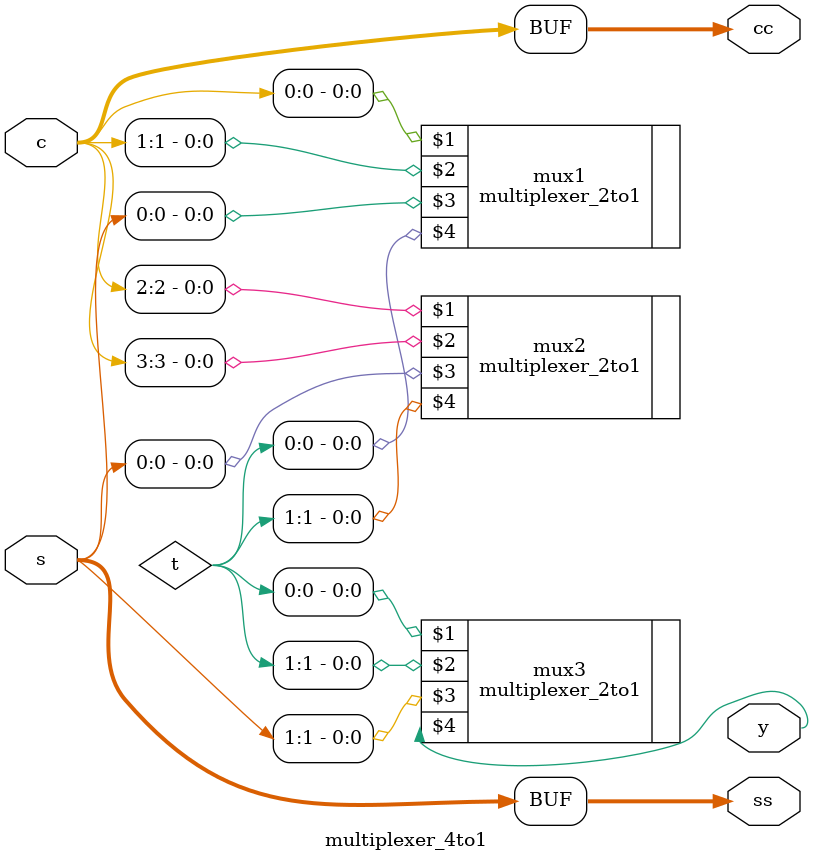
<source format=v>
module multiplexer_4to1(
  c,
  s,
  y,
  cc,
  ss);
  
  input [3:0] c;
  input [1:0] s;
  
  output [3:0] cc;
  output [1:0] ss;
  output y;
  
  wire [3:0] c;
  wire [1:0] s;
  wire [3:0] cc;
  wire [1:0] ss;
  wire y;
  wire [1:0]t;
  
  assign cc=c;
  assign ss=s;
  
  multiplexer_2to1 mux1(c[0],c[1],s[0],t[0]);
  multiplexer_2to1 mux2(c[2],c[3],s[0],t[1]);
  multiplexer_2to1 mux3(t[0],t[1],s[1],y);
  
endmodule


</source>
